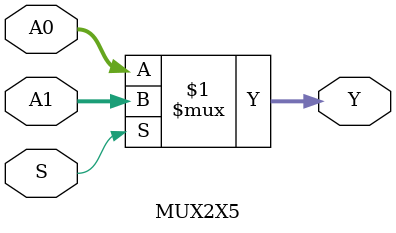
<source format=v>
module MUX2X5(A0, A1, S, Y);
	input [4:0] A0;
	input [4:0] A1;
	input S;
	output [4:0] Y;
	assign Y = S? A1 : A0;
	 
endmodule

</source>
